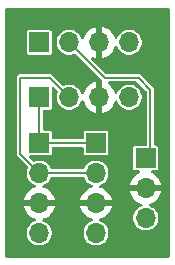
<source format=gbr>
%TF.GenerationSoftware,KiCad,Pcbnew,9.0.0*%
%TF.CreationDate,2025-04-25T12:11:25-04:00*%
%TF.ProjectId,PawPlans,50617750-6c61-46e7-932e-6b696361645f,0.5.0*%
%TF.SameCoordinates,Original*%
%TF.FileFunction,Copper,L1,Top*%
%TF.FilePolarity,Positive*%
%FSLAX46Y46*%
G04 Gerber Fmt 4.6, Leading zero omitted, Abs format (unit mm)*
G04 Created by KiCad (PCBNEW 9.0.0) date 2025-04-25 12:11:25*
%MOMM*%
%LPD*%
G01*
G04 APERTURE LIST*
%TA.AperFunction,ComponentPad*%
%ADD10R,1.700000X1.700000*%
%TD*%
%TA.AperFunction,ComponentPad*%
%ADD11O,1.700000X1.700000*%
%TD*%
%TA.AperFunction,Conductor*%
%ADD12C,0.200000*%
%TD*%
G04 APERTURE END LIST*
D10*
%TO.P,DM_PORT_A1,1,SCL*%
%TO.N,/SCL*%
X100000000Y-63650000D03*
D11*
%TO.P,DM_PORT_A1,2,SDA*%
%TO.N,/SDA*%
X102540000Y-63650000D03*
%TO.P,DM_PORT_A1,3,5V*%
%TO.N,/5V*%
X105080000Y-63650000D03*
%TO.P,DM_PORT_A1,4,GND*%
%TO.N,/GND*%
X107620000Y-63650000D03*
%TD*%
D10*
%TO.P,DM_PORT_B1,1,IN*%
%TO.N,/IN*%
X100000000Y-59000000D03*
D11*
%TO.P,DM_PORT_B1,2,OUT*%
%TO.N,/OUT*%
X102540000Y-59000000D03*
%TO.P,DM_PORT_B1,3,5V*%
%TO.N,/5V*%
X105080000Y-59000000D03*
%TO.P,DM_PORT_B1,4,GND*%
%TO.N,/GND*%
X107620000Y-59000000D03*
%TD*%
D10*
%TO.P,LD_CELL_AMP1,1,SCL*%
%TO.N,/SCL*%
X104800000Y-67525000D03*
D11*
%TO.P,LD_CELL_AMP1,2,SDA*%
%TO.N,/SDA*%
X104800000Y-70065000D03*
%TO.P,LD_CELL_AMP1,3,5V*%
%TO.N,/5V*%
X104800000Y-72605000D03*
%TO.P,LD_CELL_AMP1,4,GND*%
%TO.N,/GND*%
X104800000Y-75145000D03*
%TD*%
D10*
%TO.P,SERVO1,1,SGN*%
%TO.N,/OUT*%
X109000000Y-68800000D03*
D11*
%TO.P,SERVO1,2,5V*%
%TO.N,/5V*%
X109000000Y-71340000D03*
%TO.P,SERVO1,3,GND*%
%TO.N,/GND*%
X109000000Y-73880000D03*
%TD*%
D10*
%TO.P,PROXY1,1,SDA*%
%TO.N,/SCL*%
X100000000Y-67525000D03*
D11*
%TO.P,PROXY1,2,SDA*%
%TO.N,/SDA*%
X100000000Y-70065000D03*
%TO.P,PROXY1,3,5V*%
%TO.N,/5V*%
X100000000Y-72605000D03*
%TO.P,PROXY1,4,GND*%
%TO.N,/GND*%
X100000000Y-75145000D03*
%TD*%
D12*
%TO.N,/OUT*%
X109400000Y-68400000D02*
X109000000Y-68800000D01*
X109400000Y-63000000D02*
X109400000Y-68400000D01*
X105540000Y-62000000D02*
X108400000Y-62000000D01*
X108400000Y-62000000D02*
X109400000Y-63000000D01*
X102540000Y-59000000D02*
X105540000Y-62000000D01*
%TO.N,/SDA*%
X98400000Y-68465000D02*
X100000000Y-70065000D01*
X98400000Y-62000000D02*
X98400000Y-68465000D01*
X100890000Y-62000000D02*
X98400000Y-62000000D01*
X102540000Y-63650000D02*
X100890000Y-62000000D01*
X100000000Y-70065000D02*
X104800000Y-70065000D01*
%TO.N,/SCL*%
X100000000Y-67525000D02*
X104800000Y-67525000D01*
X100000000Y-63650000D02*
X100000000Y-67525000D01*
%TD*%
%TA.AperFunction,Conductor*%
%TO.N,/5V*%
G36*
X111015539Y-56092185D02*
G01*
X111061294Y-56144989D01*
X111072500Y-56196500D01*
X111072500Y-77093500D01*
X111052815Y-77160539D01*
X111000011Y-77206294D01*
X110948500Y-77217500D01*
X97251500Y-77217500D01*
X97184461Y-77197815D01*
X97138706Y-77145011D01*
X97127500Y-77093500D01*
X97127500Y-61960438D01*
X98099500Y-61960438D01*
X98099500Y-68504562D01*
X98103517Y-68519552D01*
X98119979Y-68580990D01*
X98119982Y-68580995D01*
X98159535Y-68649504D01*
X98159541Y-68649512D01*
X99012924Y-69502895D01*
X99046409Y-69564218D01*
X99041425Y-69633910D01*
X99039804Y-69638029D01*
X98989870Y-69758579D01*
X98989868Y-69758587D01*
X98949500Y-69961530D01*
X98949500Y-70168469D01*
X98989868Y-70371412D01*
X98989870Y-70371420D01*
X99069058Y-70562596D01*
X99184024Y-70734657D01*
X99330342Y-70880975D01*
X99502405Y-70995943D01*
X99569828Y-71023870D01*
X99667108Y-71064164D01*
X99721511Y-71108005D01*
X99743576Y-71174299D01*
X99726297Y-71241998D01*
X99675160Y-71289609D01*
X99657974Y-71296656D01*
X99481781Y-71353905D01*
X99292442Y-71450379D01*
X99120540Y-71575272D01*
X99120535Y-71575276D01*
X98970276Y-71725535D01*
X98970272Y-71725540D01*
X98845379Y-71897442D01*
X98748904Y-72086782D01*
X98683242Y-72288870D01*
X98683242Y-72288873D01*
X98672769Y-72355000D01*
X99566988Y-72355000D01*
X99534075Y-72412007D01*
X99500000Y-72539174D01*
X99500000Y-72670826D01*
X99534075Y-72797993D01*
X99566988Y-72855000D01*
X98672769Y-72855000D01*
X98683242Y-72921126D01*
X98683242Y-72921129D01*
X98748904Y-73123217D01*
X98845379Y-73312557D01*
X98970272Y-73484459D01*
X98970276Y-73484464D01*
X99120535Y-73634723D01*
X99120540Y-73634727D01*
X99292442Y-73759620D01*
X99481782Y-73856095D01*
X99657973Y-73913343D01*
X99715648Y-73952780D01*
X99742847Y-74017139D01*
X99730932Y-74085985D01*
X99683688Y-74137461D01*
X99667108Y-74145835D01*
X99502403Y-74214057D01*
X99330342Y-74329024D01*
X99184024Y-74475342D01*
X99069058Y-74647403D01*
X98989870Y-74838579D01*
X98989868Y-74838587D01*
X98949500Y-75041530D01*
X98949500Y-75248469D01*
X98989868Y-75451412D01*
X98989870Y-75451420D01*
X99069058Y-75642596D01*
X99184024Y-75814657D01*
X99330342Y-75960975D01*
X99330345Y-75960977D01*
X99502402Y-76075941D01*
X99693580Y-76155130D01*
X99896530Y-76195499D01*
X99896534Y-76195500D01*
X99896535Y-76195500D01*
X100103466Y-76195500D01*
X100103467Y-76195499D01*
X100306420Y-76155130D01*
X100497598Y-76075941D01*
X100669655Y-75960977D01*
X100815977Y-75814655D01*
X100930941Y-75642598D01*
X101010130Y-75451420D01*
X101050500Y-75248465D01*
X101050500Y-75041535D01*
X101010130Y-74838580D01*
X100930941Y-74647402D01*
X100815977Y-74475345D01*
X100815975Y-74475342D01*
X100669657Y-74329024D01*
X100583626Y-74271541D01*
X100497598Y-74214059D01*
X100497593Y-74214057D01*
X100430853Y-74186412D01*
X100332890Y-74145834D01*
X100278488Y-74101994D01*
X100256423Y-74035700D01*
X100273702Y-73968001D01*
X100324839Y-73920390D01*
X100342026Y-73913343D01*
X100518217Y-73856095D01*
X100707557Y-73759620D01*
X100879459Y-73634727D01*
X100879464Y-73634723D01*
X101029723Y-73484464D01*
X101029727Y-73484459D01*
X101154620Y-73312557D01*
X101251095Y-73123217D01*
X101316757Y-72921129D01*
X101316757Y-72921126D01*
X101327231Y-72855000D01*
X100433012Y-72855000D01*
X100465925Y-72797993D01*
X100500000Y-72670826D01*
X100500000Y-72539174D01*
X100465925Y-72412007D01*
X100433012Y-72355000D01*
X101327231Y-72355000D01*
X101316757Y-72288873D01*
X101316757Y-72288870D01*
X101251095Y-72086782D01*
X101154620Y-71897442D01*
X101029727Y-71725540D01*
X101029723Y-71725535D01*
X100879464Y-71575276D01*
X100879459Y-71575272D01*
X100707557Y-71450379D01*
X100518216Y-71353904D01*
X100342026Y-71296656D01*
X100284350Y-71257218D01*
X100257152Y-71192860D01*
X100269067Y-71124013D01*
X100316311Y-71072538D01*
X100332882Y-71064168D01*
X100497598Y-70995941D01*
X100669655Y-70880977D01*
X100815977Y-70734655D01*
X100930941Y-70562598D01*
X100980875Y-70442046D01*
X101024716Y-70387644D01*
X101091010Y-70365579D01*
X101095436Y-70365500D01*
X103704564Y-70365500D01*
X103771603Y-70385185D01*
X103817358Y-70437989D01*
X103819125Y-70442047D01*
X103869058Y-70562596D01*
X103984024Y-70734657D01*
X104130342Y-70880975D01*
X104302405Y-70995943D01*
X104369828Y-71023870D01*
X104467108Y-71064164D01*
X104521511Y-71108005D01*
X104543576Y-71174299D01*
X104526297Y-71241998D01*
X104475160Y-71289609D01*
X104457974Y-71296656D01*
X104281781Y-71353905D01*
X104092442Y-71450379D01*
X103920540Y-71575272D01*
X103920535Y-71575276D01*
X103770276Y-71725535D01*
X103770272Y-71725540D01*
X103645379Y-71897442D01*
X103548904Y-72086782D01*
X103483242Y-72288870D01*
X103483242Y-72288873D01*
X103472769Y-72355000D01*
X104366988Y-72355000D01*
X104334075Y-72412007D01*
X104300000Y-72539174D01*
X104300000Y-72670826D01*
X104334075Y-72797993D01*
X104366988Y-72855000D01*
X103472769Y-72855000D01*
X103483242Y-72921126D01*
X103483242Y-72921129D01*
X103548904Y-73123217D01*
X103645379Y-73312557D01*
X103770272Y-73484459D01*
X103770276Y-73484464D01*
X103920535Y-73634723D01*
X103920540Y-73634727D01*
X104092442Y-73759620D01*
X104281782Y-73856095D01*
X104457973Y-73913343D01*
X104515648Y-73952780D01*
X104542847Y-74017139D01*
X104530932Y-74085985D01*
X104483688Y-74137461D01*
X104467108Y-74145835D01*
X104302403Y-74214057D01*
X104130342Y-74329024D01*
X103984024Y-74475342D01*
X103869058Y-74647403D01*
X103789870Y-74838579D01*
X103789868Y-74838587D01*
X103749500Y-75041530D01*
X103749500Y-75248469D01*
X103789868Y-75451412D01*
X103789870Y-75451420D01*
X103869058Y-75642596D01*
X103984024Y-75814657D01*
X104130342Y-75960975D01*
X104130345Y-75960977D01*
X104302402Y-76075941D01*
X104493580Y-76155130D01*
X104696530Y-76195499D01*
X104696534Y-76195500D01*
X104696535Y-76195500D01*
X104903466Y-76195500D01*
X104903467Y-76195499D01*
X105106420Y-76155130D01*
X105297598Y-76075941D01*
X105469655Y-75960977D01*
X105615977Y-75814655D01*
X105730941Y-75642598D01*
X105810130Y-75451420D01*
X105850500Y-75248465D01*
X105850500Y-75041535D01*
X105810130Y-74838580D01*
X105730941Y-74647402D01*
X105615977Y-74475345D01*
X105615975Y-74475342D01*
X105469657Y-74329024D01*
X105383626Y-74271541D01*
X105297598Y-74214059D01*
X105297593Y-74214057D01*
X105230853Y-74186412D01*
X105132890Y-74145834D01*
X105078488Y-74101994D01*
X105056423Y-74035700D01*
X105073702Y-73968001D01*
X105124839Y-73920390D01*
X105142026Y-73913343D01*
X105318217Y-73856095D01*
X105507557Y-73759620D01*
X105679459Y-73634727D01*
X105679464Y-73634723D01*
X105829723Y-73484464D01*
X105829727Y-73484459D01*
X105954620Y-73312557D01*
X106051095Y-73123217D01*
X106116757Y-72921129D01*
X106116757Y-72921126D01*
X106127231Y-72855000D01*
X105233012Y-72855000D01*
X105265925Y-72797993D01*
X105300000Y-72670826D01*
X105300000Y-72539174D01*
X105265925Y-72412007D01*
X105233012Y-72355000D01*
X106127231Y-72355000D01*
X106116757Y-72288873D01*
X106116757Y-72288870D01*
X106051095Y-72086782D01*
X105954620Y-71897442D01*
X105829727Y-71725540D01*
X105829723Y-71725535D01*
X105679464Y-71575276D01*
X105679459Y-71575272D01*
X105507557Y-71450379D01*
X105318216Y-71353904D01*
X105142026Y-71296656D01*
X105084350Y-71257218D01*
X105057152Y-71192860D01*
X105069067Y-71124013D01*
X105116311Y-71072538D01*
X105132882Y-71064168D01*
X105297598Y-70995941D01*
X105469655Y-70880977D01*
X105615977Y-70734655D01*
X105730941Y-70562598D01*
X105810130Y-70371420D01*
X105850500Y-70168465D01*
X105850500Y-69961535D01*
X105810130Y-69758580D01*
X105730941Y-69567402D01*
X105615977Y-69395345D01*
X105615975Y-69395342D01*
X105469657Y-69249024D01*
X105302616Y-69137412D01*
X105297598Y-69134059D01*
X105245002Y-69112273D01*
X105106420Y-69054870D01*
X105106412Y-69054868D01*
X104903469Y-69014500D01*
X104903465Y-69014500D01*
X104696535Y-69014500D01*
X104696530Y-69014500D01*
X104493587Y-69054868D01*
X104493579Y-69054870D01*
X104302403Y-69134058D01*
X104130342Y-69249024D01*
X103984024Y-69395342D01*
X103869058Y-69567403D01*
X103819125Y-69687953D01*
X103775284Y-69742356D01*
X103708990Y-69764421D01*
X103704564Y-69764500D01*
X101095436Y-69764500D01*
X101028397Y-69744815D01*
X100982642Y-69692011D01*
X100980875Y-69687953D01*
X100960196Y-69638029D01*
X100930941Y-69567402D01*
X100815977Y-69395345D01*
X100815975Y-69395342D01*
X100669657Y-69249024D01*
X100502616Y-69137412D01*
X100497598Y-69134059D01*
X100445002Y-69112273D01*
X100306420Y-69054870D01*
X100306412Y-69054868D01*
X100103469Y-69014500D01*
X100103465Y-69014500D01*
X99896535Y-69014500D01*
X99896530Y-69014500D01*
X99693587Y-69054868D01*
X99693579Y-69054870D01*
X99573029Y-69104804D01*
X99503559Y-69112273D01*
X99441080Y-69080998D01*
X99437895Y-69077924D01*
X99147152Y-68787181D01*
X99113667Y-68725858D01*
X99118651Y-68656166D01*
X99160523Y-68600233D01*
X99225987Y-68575816D01*
X99234833Y-68575500D01*
X100869750Y-68575500D01*
X100869751Y-68575499D01*
X100884568Y-68572552D01*
X100928229Y-68563868D01*
X100928229Y-68563867D01*
X100928231Y-68563867D01*
X100994552Y-68519552D01*
X101038867Y-68453231D01*
X101038867Y-68453229D01*
X101038868Y-68453229D01*
X101050499Y-68394752D01*
X101050500Y-68394750D01*
X101050500Y-67949500D01*
X101070185Y-67882461D01*
X101122989Y-67836706D01*
X101174500Y-67825500D01*
X103625500Y-67825500D01*
X103692539Y-67845185D01*
X103738294Y-67897989D01*
X103749500Y-67949500D01*
X103749500Y-68394752D01*
X103761131Y-68453229D01*
X103761132Y-68453230D01*
X103805447Y-68519552D01*
X103871769Y-68563867D01*
X103871770Y-68563868D01*
X103930247Y-68575499D01*
X103930250Y-68575500D01*
X103930252Y-68575500D01*
X105669750Y-68575500D01*
X105669751Y-68575499D01*
X105684568Y-68572552D01*
X105728229Y-68563868D01*
X105728229Y-68563867D01*
X105728231Y-68563867D01*
X105794552Y-68519552D01*
X105838867Y-68453231D01*
X105838867Y-68453229D01*
X105838868Y-68453229D01*
X105850499Y-68394752D01*
X105850500Y-68394750D01*
X105850500Y-66655249D01*
X105850499Y-66655247D01*
X105838868Y-66596770D01*
X105838867Y-66596769D01*
X105794552Y-66530447D01*
X105728230Y-66486132D01*
X105728229Y-66486131D01*
X105669752Y-66474500D01*
X105669748Y-66474500D01*
X103930252Y-66474500D01*
X103930247Y-66474500D01*
X103871770Y-66486131D01*
X103871769Y-66486132D01*
X103805447Y-66530447D01*
X103761132Y-66596769D01*
X103761131Y-66596770D01*
X103749500Y-66655247D01*
X103749500Y-67100500D01*
X103729815Y-67167539D01*
X103677011Y-67213294D01*
X103625500Y-67224500D01*
X101174500Y-67224500D01*
X101107461Y-67204815D01*
X101061706Y-67152011D01*
X101050500Y-67100500D01*
X101050500Y-66655249D01*
X101050499Y-66655247D01*
X101038868Y-66596770D01*
X101038867Y-66596769D01*
X100994552Y-66530447D01*
X100928230Y-66486132D01*
X100928229Y-66486131D01*
X100869752Y-66474500D01*
X100869748Y-66474500D01*
X100424500Y-66474500D01*
X100357461Y-66454815D01*
X100311706Y-66402011D01*
X100300500Y-66350500D01*
X100300500Y-64824500D01*
X100320185Y-64757461D01*
X100372989Y-64711706D01*
X100424500Y-64700500D01*
X100869750Y-64700500D01*
X100869751Y-64700499D01*
X100884568Y-64697552D01*
X100928229Y-64688868D01*
X100928229Y-64688867D01*
X100928231Y-64688867D01*
X100994552Y-64644552D01*
X101038867Y-64578231D01*
X101038867Y-64578229D01*
X101038868Y-64578229D01*
X101050499Y-64519752D01*
X101050500Y-64519750D01*
X101050500Y-62884833D01*
X101070185Y-62817794D01*
X101122989Y-62772039D01*
X101192147Y-62762095D01*
X101255703Y-62791120D01*
X101262181Y-62797152D01*
X101552924Y-63087895D01*
X101586409Y-63149218D01*
X101581425Y-63218910D01*
X101579804Y-63223029D01*
X101529870Y-63343579D01*
X101529868Y-63343587D01*
X101489500Y-63546530D01*
X101489500Y-63753469D01*
X101529868Y-63956412D01*
X101529870Y-63956420D01*
X101595939Y-64115925D01*
X101609059Y-64147598D01*
X101622836Y-64168217D01*
X101724024Y-64319657D01*
X101870342Y-64465975D01*
X101870345Y-64465977D01*
X102042402Y-64580941D01*
X102233580Y-64660130D01*
X102378052Y-64688867D01*
X102436530Y-64700499D01*
X102436534Y-64700500D01*
X102436535Y-64700500D01*
X102643466Y-64700500D01*
X102643467Y-64700499D01*
X102846420Y-64660130D01*
X103037598Y-64580941D01*
X103209655Y-64465977D01*
X103355977Y-64319655D01*
X103470941Y-64147598D01*
X103539165Y-63982889D01*
X103583004Y-63928488D01*
X103649298Y-63906423D01*
X103716998Y-63923702D01*
X103764609Y-63974839D01*
X103771656Y-63992026D01*
X103828904Y-64168216D01*
X103925379Y-64357557D01*
X104050272Y-64529459D01*
X104050276Y-64529464D01*
X104200535Y-64679723D01*
X104200540Y-64679727D01*
X104372442Y-64804620D01*
X104561782Y-64901095D01*
X104763871Y-64966757D01*
X104830000Y-64977231D01*
X104830000Y-64083012D01*
X104887007Y-64115925D01*
X105014174Y-64150000D01*
X105145826Y-64150000D01*
X105272993Y-64115925D01*
X105330000Y-64083012D01*
X105330000Y-64977230D01*
X105396126Y-64966757D01*
X105396129Y-64966757D01*
X105598217Y-64901095D01*
X105787557Y-64804620D01*
X105959459Y-64679727D01*
X105959464Y-64679723D01*
X106109723Y-64529464D01*
X106109727Y-64529459D01*
X106234620Y-64357557D01*
X106331095Y-64168217D01*
X106388343Y-63992026D01*
X106427780Y-63934351D01*
X106492139Y-63907152D01*
X106560985Y-63919066D01*
X106612461Y-63966310D01*
X106620835Y-63982891D01*
X106675939Y-64115925D01*
X106689059Y-64147598D01*
X106702836Y-64168217D01*
X106804024Y-64319657D01*
X106950342Y-64465975D01*
X106950345Y-64465977D01*
X107122402Y-64580941D01*
X107313580Y-64660130D01*
X107458052Y-64688867D01*
X107516530Y-64700499D01*
X107516534Y-64700500D01*
X107516535Y-64700500D01*
X107723466Y-64700500D01*
X107723467Y-64700499D01*
X107926420Y-64660130D01*
X108117598Y-64580941D01*
X108289655Y-64465977D01*
X108435977Y-64319655D01*
X108550941Y-64147598D01*
X108630130Y-63956420D01*
X108670500Y-63753465D01*
X108670500Y-63546535D01*
X108630130Y-63343580D01*
X108550941Y-63152402D01*
X108435977Y-62980345D01*
X108435975Y-62980342D01*
X108289657Y-62834024D01*
X108121655Y-62721770D01*
X108117598Y-62719059D01*
X108065002Y-62697273D01*
X107926420Y-62639870D01*
X107926412Y-62639868D01*
X107723469Y-62599500D01*
X107723465Y-62599500D01*
X107516535Y-62599500D01*
X107516530Y-62599500D01*
X107313587Y-62639868D01*
X107313579Y-62639870D01*
X107122403Y-62719058D01*
X106950342Y-62834024D01*
X106804024Y-62980342D01*
X106689057Y-63152403D01*
X106620835Y-63317108D01*
X106576994Y-63371511D01*
X106510700Y-63393576D01*
X106443000Y-63376297D01*
X106395390Y-63325159D01*
X106388343Y-63307973D01*
X106331095Y-63131782D01*
X106234620Y-62942442D01*
X106109727Y-62770540D01*
X106109723Y-62770535D01*
X105959464Y-62620276D01*
X105959459Y-62620272D01*
X105828077Y-62524818D01*
X105785411Y-62469489D01*
X105779432Y-62399875D01*
X105812037Y-62338080D01*
X105872876Y-62303723D01*
X105900962Y-62300500D01*
X108224167Y-62300500D01*
X108291206Y-62320185D01*
X108311848Y-62336819D01*
X109063181Y-63088152D01*
X109096666Y-63149475D01*
X109099500Y-63175833D01*
X109099500Y-67625500D01*
X109079815Y-67692539D01*
X109027011Y-67738294D01*
X108975500Y-67749500D01*
X108130247Y-67749500D01*
X108071770Y-67761131D01*
X108071769Y-67761132D01*
X108005447Y-67805447D01*
X107961132Y-67871769D01*
X107961131Y-67871770D01*
X107949500Y-67930247D01*
X107949500Y-69669752D01*
X107961131Y-69728229D01*
X107961132Y-69728230D01*
X108005447Y-69794552D01*
X108071769Y-69838867D01*
X108071770Y-69838868D01*
X108130247Y-69850499D01*
X108130250Y-69850500D01*
X108433952Y-69850500D01*
X108500991Y-69870185D01*
X108546746Y-69922989D01*
X108556690Y-69992147D01*
X108527665Y-70055703D01*
X108485735Y-70085938D01*
X108486121Y-70086694D01*
X108292442Y-70185379D01*
X108120540Y-70310272D01*
X108120535Y-70310276D01*
X107970276Y-70460535D01*
X107970272Y-70460540D01*
X107845379Y-70632442D01*
X107748904Y-70821782D01*
X107683242Y-71023870D01*
X107683242Y-71023873D01*
X107672769Y-71090000D01*
X108566988Y-71090000D01*
X108534075Y-71147007D01*
X108500000Y-71274174D01*
X108500000Y-71405826D01*
X108534075Y-71532993D01*
X108566988Y-71590000D01*
X107672769Y-71590000D01*
X107683242Y-71656126D01*
X107683242Y-71656129D01*
X107748904Y-71858217D01*
X107845379Y-72047557D01*
X107970272Y-72219459D01*
X107970276Y-72219464D01*
X108120535Y-72369723D01*
X108120540Y-72369727D01*
X108292442Y-72494620D01*
X108481782Y-72591095D01*
X108657973Y-72648343D01*
X108715648Y-72687780D01*
X108742847Y-72752139D01*
X108730932Y-72820985D01*
X108683688Y-72872461D01*
X108667108Y-72880835D01*
X108502403Y-72949057D01*
X108330342Y-73064024D01*
X108184024Y-73210342D01*
X108069058Y-73382403D01*
X107989870Y-73573579D01*
X107989868Y-73573587D01*
X107949500Y-73776530D01*
X107949500Y-73983469D01*
X107989868Y-74186412D01*
X107989870Y-74186420D01*
X108069058Y-74377596D01*
X108184024Y-74549657D01*
X108330342Y-74695975D01*
X108330345Y-74695977D01*
X108502402Y-74810941D01*
X108693580Y-74890130D01*
X108896530Y-74930499D01*
X108896534Y-74930500D01*
X108896535Y-74930500D01*
X109103466Y-74930500D01*
X109103467Y-74930499D01*
X109306420Y-74890130D01*
X109497598Y-74810941D01*
X109669655Y-74695977D01*
X109815977Y-74549655D01*
X109930941Y-74377598D01*
X110010130Y-74186420D01*
X110050500Y-73983465D01*
X110050500Y-73776535D01*
X110010130Y-73573580D01*
X109930941Y-73382402D01*
X109815977Y-73210345D01*
X109815975Y-73210342D01*
X109669657Y-73064024D01*
X109581468Y-73005099D01*
X109497598Y-72949059D01*
X109497593Y-72949057D01*
X109408147Y-72912007D01*
X109332890Y-72880834D01*
X109278488Y-72836994D01*
X109256423Y-72770700D01*
X109273702Y-72703001D01*
X109324839Y-72655390D01*
X109342026Y-72648343D01*
X109518217Y-72591095D01*
X109707557Y-72494620D01*
X109879459Y-72369727D01*
X109879464Y-72369723D01*
X110029723Y-72219464D01*
X110029727Y-72219459D01*
X110154620Y-72047557D01*
X110251095Y-71858217D01*
X110316757Y-71656129D01*
X110316757Y-71656126D01*
X110327231Y-71590000D01*
X109433012Y-71590000D01*
X109465925Y-71532993D01*
X109500000Y-71405826D01*
X109500000Y-71274174D01*
X109465925Y-71147007D01*
X109433012Y-71090000D01*
X110327231Y-71090000D01*
X110316757Y-71023873D01*
X110316757Y-71023870D01*
X110251095Y-70821782D01*
X110154620Y-70632442D01*
X110029727Y-70460540D01*
X110029723Y-70460535D01*
X109879464Y-70310276D01*
X109879459Y-70310272D01*
X109707557Y-70185379D01*
X109513879Y-70086694D01*
X109514396Y-70085678D01*
X109464192Y-70045221D01*
X109442127Y-69978927D01*
X109459406Y-69911228D01*
X109510542Y-69863617D01*
X109566048Y-69850500D01*
X109869750Y-69850500D01*
X109869751Y-69850499D01*
X109884568Y-69847552D01*
X109928229Y-69838868D01*
X109928229Y-69838867D01*
X109928231Y-69838867D01*
X109994552Y-69794552D01*
X110038867Y-69728231D01*
X110038867Y-69728229D01*
X110038868Y-69728229D01*
X110050499Y-69669752D01*
X110050500Y-69669750D01*
X110050500Y-67930249D01*
X110050499Y-67930247D01*
X110038868Y-67871770D01*
X110038867Y-67871769D01*
X109994552Y-67805447D01*
X109928230Y-67761132D01*
X109928229Y-67761131D01*
X109869752Y-67749500D01*
X109869748Y-67749500D01*
X109824500Y-67749500D01*
X109757461Y-67729815D01*
X109711706Y-67677011D01*
X109700500Y-67625500D01*
X109700500Y-62960439D01*
X109700500Y-62960438D01*
X109697569Y-62949500D01*
X109680022Y-62884012D01*
X109640460Y-62815489D01*
X108584511Y-61759540D01*
X108584509Y-61759539D01*
X108584504Y-61759535D01*
X108515995Y-61719982D01*
X108515990Y-61719979D01*
X108490513Y-61713152D01*
X108439562Y-61699500D01*
X108439560Y-61699500D01*
X105715833Y-61699500D01*
X105648794Y-61679815D01*
X105628152Y-61663181D01*
X104410519Y-60445548D01*
X104377034Y-60384225D01*
X104382018Y-60314533D01*
X104423890Y-60258600D01*
X104489354Y-60234183D01*
X104554497Y-60247383D01*
X104561783Y-60251095D01*
X104763871Y-60316757D01*
X104830000Y-60327231D01*
X104830000Y-59433012D01*
X104887007Y-59465925D01*
X105014174Y-59500000D01*
X105145826Y-59500000D01*
X105272993Y-59465925D01*
X105330000Y-59433012D01*
X105330000Y-60327230D01*
X105396126Y-60316757D01*
X105396129Y-60316757D01*
X105598217Y-60251095D01*
X105787557Y-60154620D01*
X105959459Y-60029727D01*
X105959464Y-60029723D01*
X106109723Y-59879464D01*
X106109727Y-59879459D01*
X106234620Y-59707557D01*
X106331095Y-59518217D01*
X106388343Y-59342026D01*
X106427780Y-59284351D01*
X106492139Y-59257152D01*
X106560985Y-59269066D01*
X106612461Y-59316310D01*
X106620835Y-59332891D01*
X106689058Y-59497596D01*
X106804024Y-59669657D01*
X106950342Y-59815975D01*
X106950345Y-59815977D01*
X107122402Y-59930941D01*
X107313580Y-60010130D01*
X107458052Y-60038867D01*
X107516530Y-60050499D01*
X107516534Y-60050500D01*
X107516535Y-60050500D01*
X107723466Y-60050500D01*
X107723467Y-60050499D01*
X107926420Y-60010130D01*
X108117598Y-59930941D01*
X108289655Y-59815977D01*
X108435977Y-59669655D01*
X108550941Y-59497598D01*
X108630130Y-59306420D01*
X108670500Y-59103465D01*
X108670500Y-58896535D01*
X108630130Y-58693580D01*
X108550941Y-58502402D01*
X108435977Y-58330345D01*
X108435975Y-58330342D01*
X108289657Y-58184024D01*
X108121655Y-58071770D01*
X108117598Y-58069059D01*
X107926420Y-57989870D01*
X107926412Y-57989868D01*
X107723469Y-57949500D01*
X107723465Y-57949500D01*
X107516535Y-57949500D01*
X107516530Y-57949500D01*
X107313587Y-57989868D01*
X107313579Y-57989870D01*
X107122403Y-58069058D01*
X106950342Y-58184024D01*
X106804024Y-58330342D01*
X106689057Y-58502403D01*
X106620835Y-58667108D01*
X106576994Y-58721511D01*
X106510700Y-58743576D01*
X106443000Y-58726297D01*
X106395390Y-58675159D01*
X106388343Y-58657973D01*
X106331095Y-58481782D01*
X106234620Y-58292442D01*
X106109727Y-58120540D01*
X106109723Y-58120535D01*
X105959464Y-57970276D01*
X105959459Y-57970272D01*
X105787557Y-57845379D01*
X105598215Y-57748903D01*
X105396124Y-57683241D01*
X105330000Y-57672768D01*
X105330000Y-58566988D01*
X105272993Y-58534075D01*
X105145826Y-58500000D01*
X105014174Y-58500000D01*
X104887007Y-58534075D01*
X104830000Y-58566988D01*
X104830000Y-57672768D01*
X104829999Y-57672768D01*
X104763875Y-57683241D01*
X104561784Y-57748903D01*
X104372442Y-57845379D01*
X104200540Y-57970272D01*
X104200535Y-57970276D01*
X104050276Y-58120535D01*
X104050272Y-58120540D01*
X103925379Y-58292442D01*
X103828905Y-58481781D01*
X103771656Y-58657974D01*
X103732218Y-58715649D01*
X103667859Y-58742847D01*
X103599013Y-58730932D01*
X103547537Y-58683688D01*
X103539164Y-58667107D01*
X103470943Y-58502405D01*
X103355975Y-58330342D01*
X103209657Y-58184024D01*
X103041655Y-58071770D01*
X103037598Y-58069059D01*
X102846420Y-57989870D01*
X102846412Y-57989868D01*
X102643469Y-57949500D01*
X102643465Y-57949500D01*
X102436535Y-57949500D01*
X102436530Y-57949500D01*
X102233587Y-57989868D01*
X102233579Y-57989870D01*
X102042403Y-58069058D01*
X101870342Y-58184024D01*
X101724024Y-58330342D01*
X101609058Y-58502403D01*
X101529870Y-58693579D01*
X101529868Y-58693587D01*
X101489500Y-58896530D01*
X101489500Y-59103469D01*
X101529868Y-59306412D01*
X101529870Y-59306420D01*
X101609058Y-59497596D01*
X101724024Y-59669657D01*
X101870342Y-59815975D01*
X101870345Y-59815977D01*
X102042402Y-59930941D01*
X102233580Y-60010130D01*
X102378052Y-60038867D01*
X102436530Y-60050499D01*
X102436534Y-60050500D01*
X102436535Y-60050500D01*
X102643466Y-60050500D01*
X102643467Y-60050499D01*
X102846420Y-60010130D01*
X102966974Y-59960194D01*
X103036438Y-59952726D01*
X103098918Y-59984000D01*
X103102104Y-59987075D01*
X105293681Y-62178652D01*
X105327166Y-62239975D01*
X105330000Y-62266333D01*
X105330000Y-63216988D01*
X105272993Y-63184075D01*
X105145826Y-63150000D01*
X105014174Y-63150000D01*
X104887007Y-63184075D01*
X104830000Y-63216988D01*
X104830000Y-62322768D01*
X104829999Y-62322768D01*
X104763875Y-62333241D01*
X104561784Y-62398903D01*
X104372442Y-62495379D01*
X104200540Y-62620272D01*
X104200535Y-62620276D01*
X104050276Y-62770535D01*
X104050272Y-62770540D01*
X103925379Y-62942442D01*
X103828905Y-63131781D01*
X103771656Y-63307974D01*
X103732218Y-63365649D01*
X103667859Y-63392847D01*
X103599013Y-63380932D01*
X103547537Y-63333688D01*
X103539164Y-63317107D01*
X103470943Y-63152405D01*
X103355975Y-62980342D01*
X103209657Y-62834024D01*
X103041655Y-62721770D01*
X103037598Y-62719059D01*
X102985002Y-62697273D01*
X102846420Y-62639870D01*
X102846412Y-62639868D01*
X102643469Y-62599500D01*
X102643465Y-62599500D01*
X102436535Y-62599500D01*
X102436530Y-62599500D01*
X102233587Y-62639868D01*
X102233579Y-62639870D01*
X102113029Y-62689804D01*
X102043559Y-62697273D01*
X101981080Y-62665998D01*
X101977895Y-62662924D01*
X101074512Y-61759541D01*
X101074504Y-61759535D01*
X101005995Y-61719982D01*
X101005990Y-61719979D01*
X100980513Y-61713152D01*
X100929562Y-61699500D01*
X98439562Y-61699500D01*
X98360438Y-61699500D01*
X98322224Y-61709739D01*
X98284009Y-61719979D01*
X98284004Y-61719982D01*
X98215495Y-61759535D01*
X98215487Y-61759541D01*
X98159541Y-61815487D01*
X98159535Y-61815495D01*
X98119982Y-61884004D01*
X98119979Y-61884009D01*
X98106326Y-61934962D01*
X98099500Y-61960438D01*
X97127500Y-61960438D01*
X97127500Y-58130247D01*
X98949500Y-58130247D01*
X98949500Y-59869752D01*
X98961131Y-59928229D01*
X98961132Y-59928230D01*
X99005447Y-59994552D01*
X99071769Y-60038867D01*
X99071770Y-60038868D01*
X99130247Y-60050499D01*
X99130250Y-60050500D01*
X99130252Y-60050500D01*
X100869750Y-60050500D01*
X100869751Y-60050499D01*
X100884568Y-60047552D01*
X100928229Y-60038868D01*
X100928229Y-60038867D01*
X100928231Y-60038867D01*
X100994552Y-59994552D01*
X101038867Y-59928231D01*
X101038867Y-59928229D01*
X101038868Y-59928229D01*
X101050499Y-59869752D01*
X101050500Y-59869750D01*
X101050500Y-58130249D01*
X101050499Y-58130247D01*
X101038868Y-58071770D01*
X101038867Y-58071769D01*
X100994552Y-58005447D01*
X100928230Y-57961132D01*
X100928229Y-57961131D01*
X100869752Y-57949500D01*
X100869748Y-57949500D01*
X99130252Y-57949500D01*
X99130247Y-57949500D01*
X99071770Y-57961131D01*
X99071769Y-57961132D01*
X99005447Y-58005447D01*
X98961132Y-58071769D01*
X98961131Y-58071770D01*
X98949500Y-58130247D01*
X97127500Y-58130247D01*
X97127500Y-56196500D01*
X97147185Y-56129461D01*
X97199989Y-56083706D01*
X97251500Y-56072500D01*
X110948500Y-56072500D01*
X111015539Y-56092185D01*
G37*
%TD.AperFunction*%
%TD*%
M02*

</source>
